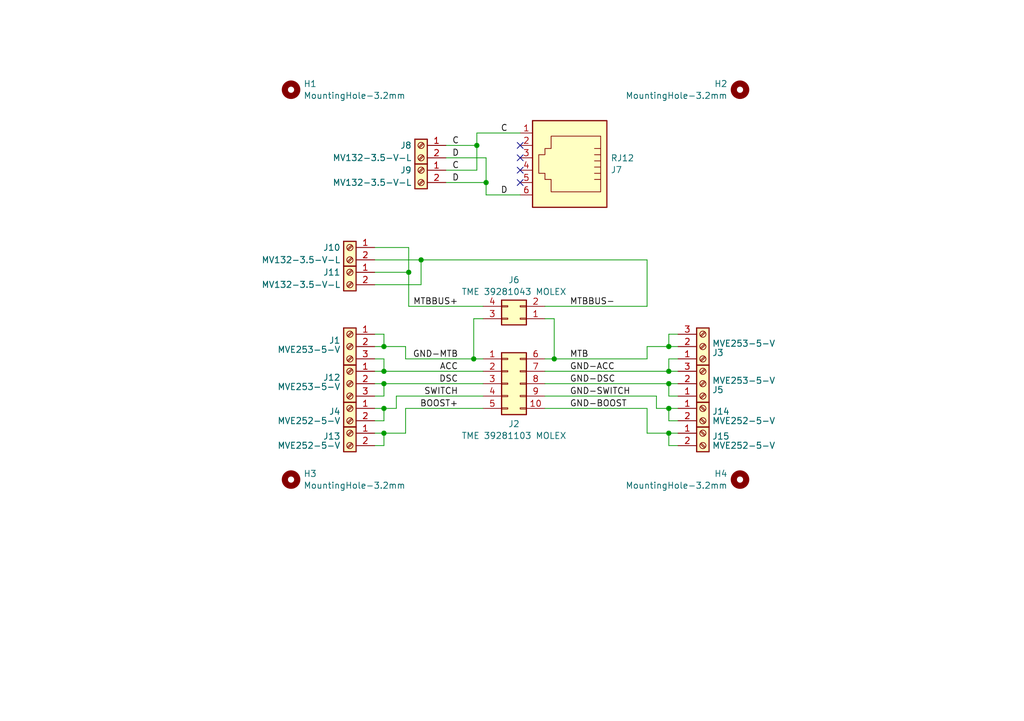
<source format=kicad_sch>
(kicad_sch (version 20230121) (generator eeschema)
  (paper "A5")
  (title_block (title "Station power supply input") (date "2024-06-15") (rev "1.0"))
  (lib_symbols
    (symbol "Connector:RJ12" (pin_names (offset 1.016))
      (property "Reference" "J" (at -5.08 11.43 0))
      (property "Value" "RJ12" (at 2.54 11.43 0))
      (symbol "RJ12_0_1"
        (polyline (pts (xy -6.35 -1.905) (xy -5.08 -1.905) (xy -5.08 -1.905)))
        (polyline (pts (xy -6.35 -0.635) (xy -5.08 -0.635) (xy -5.08 -0.635)))
        (polyline (pts (xy -6.35 0.635) (xy -5.08 0.635) (xy -5.08 0.635)))
        (polyline (pts (xy -6.35 1.905) (xy -5.08 1.905) (xy -5.08 1.905)))
        (polyline (pts (xy -6.35 3.175) (xy -5.08 3.175) (xy -5.08 3.175)))
        (polyline (pts (xy -5.08 4.445) (xy -6.35 4.445) (xy -6.35 4.445)))
        (polyline (pts (xy -6.35 -4.445) (xy -6.35 6.985) (xy 3.81 6.985) (xy 3.81 4.445) (xy 5.08 4.445) (xy 5.08 3.175) (xy 6.35 3.175) (xy 6.35 -0.635) (xy 5.08 -0.635) (xy 5.08 -1.905) (xy 3.81 -1.905) (xy 3.81 -4.445) (xy -6.35 -4.445) (xy -6.35 -4.445)))
        (rectangle (start 7.62 10.16) (end -7.62 -7.62) (stroke (width 0.254)) (fill (type background)))
      )
      (symbol "RJ12_1_1"
        (pin passive line (at 10.16 -5.08 180) (length 2.54) (name "~") (number "1"))
        (pin passive line (at 10.16 -2.54 180) (length 2.54) (name "~") (number "2"))
        (pin passive line (at 10.16 0 180) (length 2.54) (name "~") (number "3"))
        (pin passive line (at 10.16 2.54 180) (length 2.54) (name "~") (number "4"))
        (pin passive line (at 10.16 5.08 180) (length 2.54) (name "~") (number "5"))
        (pin passive line (at 10.16 7.62 180) (length 2.54) (name "~") (number "6"))
      )
    )
    (symbol "Connector:Screw_Terminal_01x02" (pin_names (offset 1.016) hide)
      (property "Reference" "J" (at 0 2.54 0))
      (property "Value" "Screw_Terminal_01x02" (at 0 -5.08 0))
      (symbol "Screw_Terminal_01x02_1_1"
        (rectangle (start -1.27 1.27) (end 1.27 -3.81) (stroke (width 0.254)) (fill (type background)))
        (circle (center 0 -2.54) (radius 0.635) (stroke (width 0.1524)))
        (polyline (pts (xy -0.5334 -2.2098) (xy 0.3302 -3.048)) (stroke (width 0.1524)))
        (polyline (pts (xy -0.5334 0.3302) (xy 0.3302 -0.508)) (stroke (width 0.1524)))
        (polyline (pts (xy -0.3556 -2.032) (xy 0.508 -2.8702)) (stroke (width 0.1524)))
        (polyline (pts (xy -0.3556 0.508) (xy 0.508 -0.3302)) (stroke (width 0.1524)))
        (circle (center 0 0) (radius 0.635) (stroke (width 0.1524)))
        (pin passive line (at -5.08 0 0) (length 3.81) (name "Pin_1") (number "1"))
        (pin passive line (at -5.08 -2.54 0) (length 3.81) (name "Pin_2") (number "2"))
      )
    )
    (symbol "Connector:Screw_Terminal_01x03" (pin_names (offset 1.016) hide)
      (property "Reference" "J" (at 0 5.08 0))
      (property "Value" "Screw_Terminal_01x03" (at 0 -5.08 0))
      (symbol "Screw_Terminal_01x03_1_1"
        (rectangle (start -1.27 3.81) (end 1.27 -3.81) (stroke (width 0.254)) (fill (type background)))
        (circle (center 0 -2.54) (radius 0.635) (stroke (width 0.1524)))
        (polyline (pts (xy -0.5334 -2.2098) (xy 0.3302 -3.048)) (stroke (width 0.1524)))
        (polyline (pts (xy -0.5334 0.3302) (xy 0.3302 -0.508)) (stroke (width 0.1524)))
        (polyline (pts (xy -0.5334 2.8702) (xy 0.3302 2.032)) (stroke (width 0.1524)))
        (polyline (pts (xy -0.3556 -2.032) (xy 0.508 -2.8702)) (stroke (width 0.1524)))
        (polyline (pts (xy -0.3556 0.508) (xy 0.508 -0.3302)) (stroke (width 0.1524)))
        (polyline (pts (xy -0.3556 3.048) (xy 0.508 2.2098)) (stroke (width 0.1524)))
        (circle (center 0 0) (radius 0.635) (stroke (width 0.1524)))
        (circle (center 0 2.54) (radius 0.635) (stroke (width 0.1524)))
        (pin passive line (at -5.08 2.54 0) (length 3.81) (name "Pin_1") (number "1"))
        (pin passive line (at -5.08 0 0) (length 3.81) (name "Pin_2") (number "2"))
        (pin passive line (at -5.08 -2.54 0) (length 3.81) (name "Pin_3") (number "3"))
      )
    )
    (symbol "Connector_Generic:Conn_02x02_Top_Bottom" (pin_names (offset 1.016) hide)
      (property "Reference" "J" (at 1.27 2.54 0))
      (property "Value" "Conn_02x02_Top_Bottom" (at 1.27 -5.08 0))
      (symbol "Conn_02x02_Top_Bottom_1_1"
        (rectangle (start -1.27 -2.413) (end 0 -2.667) (stroke (width 0.1524)))
        (rectangle (start -1.27 0.127) (end 0 -0.127) (stroke (width 0.1524)))
        (rectangle (start -1.27 1.27) (end 3.81 -3.81) (stroke (width 0.254)) (fill (type background)))
        (rectangle (start 3.81 -2.413) (end 2.54 -2.667) (stroke (width 0.1524)))
        (rectangle (start 3.81 0.127) (end 2.54 -0.127) (stroke (width 0.1524)))
        (pin passive line (at -5.08 0 0) (length 3.81) (name "Pin_1") (number "1"))
        (pin passive line (at -5.08 -2.54 0) (length 3.81) (name "Pin_2") (number "2"))
        (pin passive line (at 7.62 0 180) (length 3.81) (name "Pin_3") (number "3"))
        (pin passive line (at 7.62 -2.54 180) (length 3.81) (name "Pin_4") (number "4"))
      )
    )
    (symbol "Connector_Generic:Conn_02x05_Top_Bottom" (pin_names (offset 1.016) hide)
      (property "Reference" "J" (at 1.27 7.62 0))
      (property "Value" "Conn_02x05_Top_Bottom" (at 1.27 -7.62 0))
      (symbol "Conn_02x05_Top_Bottom_1_1"
        (rectangle (start -1.27 -4.953) (end 0 -5.207) (stroke (width 0.1524)))
        (rectangle (start -1.27 -2.413) (end 0 -2.667) (stroke (width 0.1524)))
        (rectangle (start -1.27 0.127) (end 0 -0.127) (stroke (width 0.1524)))
        (rectangle (start -1.27 2.667) (end 0 2.413) (stroke (width 0.1524)))
        (rectangle (start -1.27 5.207) (end 0 4.953) (stroke (width 0.1524)))
        (rectangle (start -1.27 6.35) (end 3.81 -6.35) (stroke (width 0.254)) (fill (type background)))
        (rectangle (start 3.81 -4.953) (end 2.54 -5.207) (stroke (width 0.1524)))
        (rectangle (start 3.81 -2.413) (end 2.54 -2.667) (stroke (width 0.1524)))
        (rectangle (start 3.81 0.127) (end 2.54 -0.127) (stroke (width 0.1524)))
        (rectangle (start 3.81 2.667) (end 2.54 2.413) (stroke (width 0.1524)))
        (rectangle (start 3.81 5.207) (end 2.54 4.953) (stroke (width 0.1524)))
        (pin passive line (at -5.08 5.08 0) (length 3.81) (name "Pin_1") (number "1"))
        (pin passive line (at 7.62 -5.08 180) (length 3.81) (name "Pin_10") (number "10"))
        (pin passive line (at -5.08 2.54 0) (length 3.81) (name "Pin_2") (number "2"))
        (pin passive line (at -5.08 0 0) (length 3.81) (name "Pin_3") (number "3"))
        (pin passive line (at -5.08 -2.54 0) (length 3.81) (name "Pin_4") (number "4"))
        (pin passive line (at -5.08 -5.08 0) (length 3.81) (name "Pin_5") (number "5"))
        (pin passive line (at 7.62 5.08 180) (length 3.81) (name "Pin_6") (number "6"))
        (pin passive line (at 7.62 2.54 180) (length 3.81) (name "Pin_7") (number "7"))
        (pin passive line (at 7.62 0 180) (length 3.81) (name "Pin_8") (number "8"))
        (pin passive line (at 7.62 -2.54 180) (length 3.81) (name "Pin_9") (number "9"))
      )
    )
    (symbol "Mechanical:MountingHole" (pin_names (offset 1.016))
      (property "Reference" "H" (at 0 5.08 0))
      (property "Value" "MountingHole" (at 0 3.175 0))
      (symbol "MountingHole_0_1"
        (circle (center 0 0) (radius 1.27) (stroke (width 1.27)))
      )
    )
  )
  (junction (at 137.16 88.9))
  (junction (at 137.16 83.82))
  (junction (at 78.74 83.82))
  (junction (at 137.16 76.2))
  (junction (at 99.695 37.465))
  (junction (at 97.155 73.66))
  (junction (at 137.16 71.12))
  (junction (at 113.665 73.66))
  (junction (at 78.74 76.2))
  (junction (at 83.82 55.88))
  (junction (at 137.16 78.74))
  (junction (at 86.36 53.34))
  (junction (at 78.74 88.9))
  (junction (at 78.74 71.12))
  (junction (at 78.74 78.74))
  (junction (at 97.79 29.845))
  (no_connect (at 106.68 32.385))
  (no_connect (at 106.68 34.925))
  (no_connect (at 106.68 29.845))
  (no_connect (at 106.68 37.465))
  (wire (pts (xy 81.28 83.82) (xy 81.28 81.28)))
  (wire (pts (xy 83.185 83.82) (xy 99.06 83.82)))
  (wire (pts (xy 137.16 83.82) (xy 137.16 86.36)))
  (wire (pts (xy 132.715 88.9) (xy 132.715 83.82)))
  (wire (pts (xy 83.82 50.8) (xy 83.82 55.88)))
  (wire (pts (xy 132.715 71.12) (xy 132.715 73.66)))
  (wire (pts (xy 83.185 71.12) (xy 83.185 73.66)))
  (wire (pts (xy 78.74 91.44) (xy 76.835 91.44)))
  (wire (pts (xy 111.76 83.82) (xy 132.715 83.82)))
  (wire (pts (xy 78.74 71.12) (xy 76.835 71.12)))
  (wire (pts (xy 78.74 81.28) (xy 76.835 81.28)))
  (wire (pts (xy 99.695 40.005) (xy 99.695 37.465)))
  (wire (pts (xy 78.74 71.12) (xy 78.74 68.58)))
  (wire (pts (xy 97.79 27.305) (xy 106.68 27.305)))
  (wire (pts (xy 83.185 73.66) (xy 97.155 73.66)))
  (wire (pts (xy 78.74 78.74) (xy 99.06 78.74)))
  (wire (pts (xy 139.065 78.74) (xy 137.16 78.74)))
  (wire (pts (xy 76.835 83.82) (xy 78.74 83.82)))
  (wire (pts (xy 86.36 58.42) (xy 76.835 58.42)))
  (wire (pts (xy 91.44 29.845) (xy 97.79 29.845)))
  (wire (pts (xy 76.835 53.34) (xy 86.36 53.34)))
  (wire (pts (xy 78.74 88.9) (xy 83.185 88.9)))
  (wire (pts (xy 137.16 81.28) (xy 139.065 81.28)))
  (wire (pts (xy 83.82 62.865) (xy 99.06 62.865)))
  (wire (pts (xy 97.79 29.845) (xy 97.79 34.925)))
  (wire (pts (xy 113.665 73.66) (xy 132.715 73.66)))
  (wire (pts (xy 137.16 83.82) (xy 134.62 83.82)))
  (wire (pts (xy 78.74 71.12) (xy 83.185 71.12)))
  (wire (pts (xy 86.36 53.34) (xy 132.715 53.34)))
  (wire (pts (xy 111.76 76.2) (xy 137.16 76.2)))
  (wire (pts (xy 78.74 68.58) (xy 76.835 68.58)))
  (wire (pts (xy 76.835 78.74) (xy 78.74 78.74)))
  (wire (pts (xy 137.16 88.9) (xy 132.715 88.9)))
  (wire (pts (xy 78.74 86.36) (xy 76.835 86.36)))
  (wire (pts (xy 134.62 83.82) (xy 134.62 81.28)))
  (wire (pts (xy 78.74 73.66) (xy 78.74 76.2)))
  (wire (pts (xy 76.835 73.66) (xy 78.74 73.66)))
  (wire (pts (xy 137.16 68.58) (xy 139.065 68.58)))
  (wire (pts (xy 137.16 86.36) (xy 139.065 86.36)))
  (wire (pts (xy 81.28 81.28) (xy 99.06 81.28)))
  (wire (pts (xy 139.065 76.2) (xy 137.16 76.2)))
  (wire (pts (xy 78.74 78.74) (xy 78.74 81.28)))
  (wire (pts (xy 78.74 76.2) (xy 99.06 76.2)))
  (wire (pts (xy 139.065 83.82) (xy 137.16 83.82)))
  (wire (pts (xy 137.16 78.74) (xy 137.16 81.28)))
  (wire (pts (xy 137.16 73.66) (xy 137.16 76.2)))
  (wire (pts (xy 106.68 40.005) (xy 99.695 40.005)))
  (wire (pts (xy 137.16 91.44) (xy 139.065 91.44)))
  (wire (pts (xy 113.665 65.405) (xy 113.665 73.66)))
  (wire (pts (xy 78.74 83.82) (xy 81.28 83.82)))
  (wire (pts (xy 132.715 62.865) (xy 111.76 62.865)))
  (wire (pts (xy 83.82 62.865) (xy 83.82 55.88)))
  (wire (pts (xy 83.185 88.9) (xy 83.185 83.82)))
  (wire (pts (xy 91.44 32.385) (xy 99.695 32.385)))
  (wire (pts (xy 97.155 65.405) (xy 97.155 73.66)))
  (wire (pts (xy 76.835 76.2) (xy 78.74 76.2)))
  (wire (pts (xy 91.44 34.925) (xy 97.79 34.925)))
  (wire (pts (xy 111.76 73.66) (xy 113.665 73.66)))
  (wire (pts (xy 78.74 88.9) (xy 78.74 91.44)))
  (wire (pts (xy 99.06 65.405) (xy 97.155 65.405)))
  (wire (pts (xy 137.16 71.12) (xy 132.715 71.12)))
  (wire (pts (xy 86.36 53.34) (xy 86.36 58.42)))
  (wire (pts (xy 139.065 88.9) (xy 137.16 88.9)))
  (wire (pts (xy 111.76 65.405) (xy 113.665 65.405)))
  (wire (pts (xy 137.16 88.9) (xy 137.16 91.44)))
  (wire (pts (xy 132.715 53.34) (xy 132.715 62.865)))
  (wire (pts (xy 137.16 71.12) (xy 137.16 68.58)))
  (wire (pts (xy 99.695 32.385) (xy 99.695 37.465)))
  (wire (pts (xy 97.79 29.845) (xy 97.79 27.305)))
  (wire (pts (xy 91.44 37.465) (xy 99.695 37.465)))
  (wire (pts (xy 76.835 88.9) (xy 78.74 88.9)))
  (wire (pts (xy 139.065 73.66) (xy 137.16 73.66)))
  (wire (pts (xy 76.835 50.8) (xy 83.82 50.8)))
  (wire (pts (xy 78.74 83.82) (xy 78.74 86.36)))
  (wire (pts (xy 97.155 73.66) (xy 99.06 73.66)))
  (wire (pts (xy 137.16 71.12) (xy 139.065 71.12)))
  (wire (pts (xy 76.835 55.88) (xy 83.82 55.88)))
  (wire (pts (xy 111.76 81.28) (xy 134.62 81.28)))
  (wire (pts (xy 111.76 78.74) (xy 137.16 78.74)))
  (label "GND-DSC" (at 116.84 78.74 0))
  (label "GND-BOOST" (at 116.84 83.82 0))
  (label "C" (at 104.14 27.305 180))
  (label "MTB" (at 116.84 73.66 0))
  (label "MTBBUS-" (at 116.84 62.865 0))
  (label "MTBBUS+" (at 93.98 62.865 180))
  (label "BOOST+" (at 93.98 83.82 180))
  (label "C" (at 92.71 29.845 0))
  (label "D" (at 92.71 37.465 0))
  (label "SWITCH" (at 93.98 81.28 180))
  (label "ACC" (at 93.98 76.2 180))
  (label "GND-MTB" (at 93.98 73.66 180))
  (label "D" (at 104.14 40.005 180))
  (label "C" (at 92.71 34.925 0))
  (label "D" (at 92.71 32.385 0))
  (label "GND-ACC" (at 116.84 76.2 0))
  (label "GND-SWITCH" (at 116.84 81.28 0))
  (label "DSC" (at 93.98 78.74 180))
  (symbol (lib_id "Connector_Generic:Conn_02x05_Top_Bottom") (at 104.14 78.74 0) (unit 1)
    (property "Reference" "J2" (at 105.41 86.995 0))
    (property "Value" "TME 39281103 MOLEX" (at 105.41 89.4192 0))
    (property "Footprint" "Connector_Molex:Molex_Mini-Fit_Jr_5566-10A2_2x05_P4.20mm_Vertical" (effects hide))
  )
  (symbol (lib_id "Connector:RJ12") (at 116.84 32.385 180) (unit 1)
    (property "Reference" "J7" (at 125.222 34.8671 0) (effects (justify right)))
    (property "Value" "RJ12" (at 125.222 32.4429 0) (effects (justify right)))
    (property "Footprint" "Connector_RJ:RJ25_Wayconn_MJEA-660X1_Horizontal" (effects hide))
  )
  (symbol (lib_id "Connector_Generic:Conn_02x02_Top_Bottom") (at 106.68 65.405 180) (unit 1)
    (property "Reference" "J6" (at 105.41 57.4507 0))
    (property "Value" "TME 39281043 MOLEX" (at 105.41 59.8749 0))
    (property "Footprint" "Connector_Molex:Molex_Mini-Fit_Jr_5566-04A_2x02_P4.20mm_Vertical" (effects hide))
  )
  (symbol (lib_id "Mechanical:MountingHole") (at 59.69 18.415 0) (unit 1)
    (property "Reference" "H1" (at 62.23 17.2029 0) (effects (justify left)))
    (property "Value" "MountingHole-3.2mm" (at 62.23 19.6271 0) (effects (justify left)))
    (property "Footprint" "MountingHole:MountingHole_3.2mm_M3_Pad" (effects hide))
  )
  (symbol (lib_id "Connector:Screw_Terminal_01x02") (at 86.36 29.845 0) (mirror y) (unit 1)
    (property "Reference" "J8" (at 84.455 29.845 0) (effects (justify left)))
    (property "Value" "MV132-3.5-V-L" (at 84.455 32.385 0) (effects (justify left)))
    (property "Footprint" "TerminalBlock_4Ucon:TerminalBlock_4Ucon_1x02_P3.50mm_Horizontal" (effects hide))
  )
  (symbol (lib_id "Connector:Screw_Terminal_01x02") (at 144.145 88.9 0) (unit 1)
    (property "Reference" "J15" (at 146.05 89.535 0) (effects (justify left)))
    (property "Value" "MVE252-5-V" (at 146.05 91.44 0) (effects (justify left)))
    (property "Footprint" "TerminalBlock_Euroclamp:MVE252-5-V" (effects hide))
  )
  (symbol (lib_id "Connector:Screw_Terminal_01x03") (at 71.755 71.12 0) (mirror y) (unit 1)
    (property "Reference" "J1" (at 69.85 69.85 0) (effects (justify left)))
    (property "Value" "MVE253-5-V" (at 69.85 71.755 0) (effects (justify left)))
    (property "Footprint" "TerminalBlock_Euroclamp:MVE253-5-V" (effects hide))
  )
  (symbol (lib_id "Connector:Screw_Terminal_01x02") (at 71.755 83.82 0) (mirror y) (unit 1)
    (property "Reference" "J4" (at 69.85 84.455 0) (effects (justify left)))
    (property "Value" "MVE252-5-V" (at 69.85 86.36 0) (effects (justify left)))
    (property "Footprint" "TerminalBlock_Euroclamp:MVE252-5-V" (effects hide))
  )
  (symbol (lib_id "Connector:Screw_Terminal_01x02") (at 144.145 83.82 0) (unit 1)
    (property "Reference" "J14" (at 146.05 84.455 0) (effects (justify left)))
    (property "Value" "MVE252-5-V" (at 146.05 86.36 0) (effects (justify left)))
    (property "Footprint" "TerminalBlock_Euroclamp:MVE252-5-V" (effects hide))
  )
  (symbol (lib_id "Connector:Screw_Terminal_01x03") (at 71.755 78.74 0) (mirror y) (unit 1)
    (property "Reference" "J12" (at 69.85 77.47 0) (effects (justify left)))
    (property "Value" "MVE253-5-V" (at 69.85 79.375 0) (effects (justify left)))
    (property "Footprint" "TerminalBlock_Euroclamp:MVE253-5-V" (effects hide))
  )
  (symbol (lib_id "Connector:Screw_Terminal_01x02") (at 86.36 34.925 0) (mirror y) (unit 1)
    (property "Reference" "J9" (at 84.455 34.925 0) (effects (justify left)))
    (property "Value" "MV132-3.5-V-L" (at 84.455 37.465 0) (effects (justify left)))
    (property "Footprint" "TerminalBlock_4Ucon:TerminalBlock_4Ucon_1x02_P3.50mm_Horizontal" (effects hide))
  )
  (symbol (lib_id "Mechanical:MountingHole") (at 59.69 98.425 0) (unit 1)
    (property "Reference" "H3" (at 62.23 97.2129 0) (effects (justify left)))
    (property "Value" "MountingHole-3.2mm" (at 62.23 99.6371 0) (effects (justify left)))
    (property "Footprint" "MountingHole:MountingHole_3.2mm_M3_Pad" (effects hide))
  )
  (symbol (lib_id "Connector:Screw_Terminal_01x02") (at 71.755 88.9 0) (mirror y) (unit 1)
    (property "Reference" "J13" (at 69.85 89.535 0) (effects (justify left)))
    (property "Value" "MVE252-5-V" (at 69.85 91.44 0) (effects (justify left)))
    (property "Footprint" "TerminalBlock_Euroclamp:MVE252-5-V" (effects hide))
  )
  (symbol (lib_id "Mechanical:MountingHole") (at 151.765 98.425 0) (mirror y) (unit 1)
    (property "Reference" "H4" (at 149.225 97.2129 0) (effects (justify left)))
    (property "Value" "MountingHole-3.2mm" (at 149.225 99.6371 0) (effects (justify left)))
    (property "Footprint" "MountingHole:MountingHole_3.2mm_M3_Pad" (effects hide))
  )
  (symbol (lib_id "Connector:Screw_Terminal_01x03") (at 144.145 78.74 0) (mirror x) (unit 1)
    (property "Reference" "J5" (at 146.05 80.01 0) (effects (justify left)))
    (property "Value" "MVE253-5-V" (at 146.05 78.105 0) (effects (justify left)))
    (property "Footprint" "TerminalBlock_Euroclamp:MVE253-5-V" (effects hide))
  )
  (symbol (lib_id "Connector:Screw_Terminal_01x03") (at 144.145 71.12 0) (mirror x) (unit 1)
    (property "Reference" "J3" (at 146.05 72.39 0) (effects (justify left)))
    (property "Value" "MVE253-5-V" (at 146.05 70.485 0) (effects (justify left)))
    (property "Footprint" "TerminalBlock_Euroclamp:MVE253-5-V" (effects hide))
  )
  (symbol (lib_id "Connector:Screw_Terminal_01x02") (at 71.755 50.8 0) (mirror y) (unit 1)
    (property "Reference" "J10" (at 69.85 50.8 0) (effects (justify left)))
    (property "Value" "MV132-3.5-V-L" (at 69.85 53.34 0) (effects (justify left)))
    (property "Footprint" "TerminalBlock_4Ucon:TerminalBlock_4Ucon_1x02_P3.50mm_Horizontal" (effects hide))
  )
  (symbol (lib_id "Mechanical:MountingHole") (at 151.765 18.415 0) (mirror y) (unit 1)
    (property "Reference" "H2" (at 149.225 17.2029 0) (effects (justify left)))
    (property "Value" "MountingHole-3.2mm" (at 149.225 19.6271 0) (effects (justify left)))
    (property "Footprint" "MountingHole:MountingHole_3.2mm_M3_Pad" (effects hide))
  )
  (symbol (lib_id "Connector:Screw_Terminal_01x02") (at 71.755 55.88 0) (mirror y) (unit 1)
    (property "Reference" "J11" (at 69.85 55.88 0) (effects (justify left)))
    (property "Value" "MV132-3.5-V-L" (at 69.85 58.42 0) (effects (justify left)))
    (property "Footprint" "TerminalBlock_4Ucon:TerminalBlock_4Ucon_1x02_P3.50mm_Horizontal" (effects hide))
  )
)
</source>
